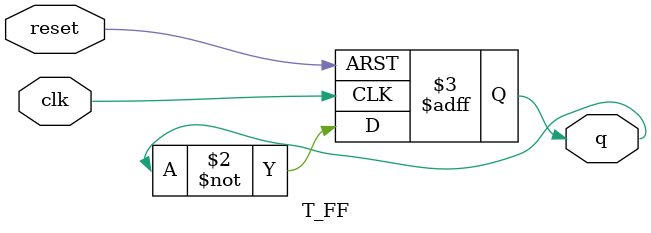
<source format=v>
module suraj12 (
    input wire clk,         // External clock input
    input wire reset,       // Active-high asynchronous reset
    output wire [3:0] count // 4-bit counter output
);

    wire [3:0] q;           // Internal flip-flop outputs

    // First flip-flop triggered by external clock
    T_FF ff0 (.clk(clk),     .reset(reset), .q(q[0]));
    // Next flip-flops triggered by previous output
    T_FF ff1 (.clk(q[0]),    .reset(reset), .q(q[1]));
    T_FF ff2 (.clk(q[1]),    .reset(reset), .q(q[2]));
    T_FF ff3 (.clk(q[2]),    .reset(reset), .q(q[3]));

    assign count = q;

endmodule

// T Flip-Flop module
module T_FF (
    input wire clk,
    input wire reset,
    output reg q
);

    always @(negedge clk or posedge reset) begin
        if (reset)
            q <= 1'b0;
        else
            q <= ~q;
    end

endmodule
</source>
